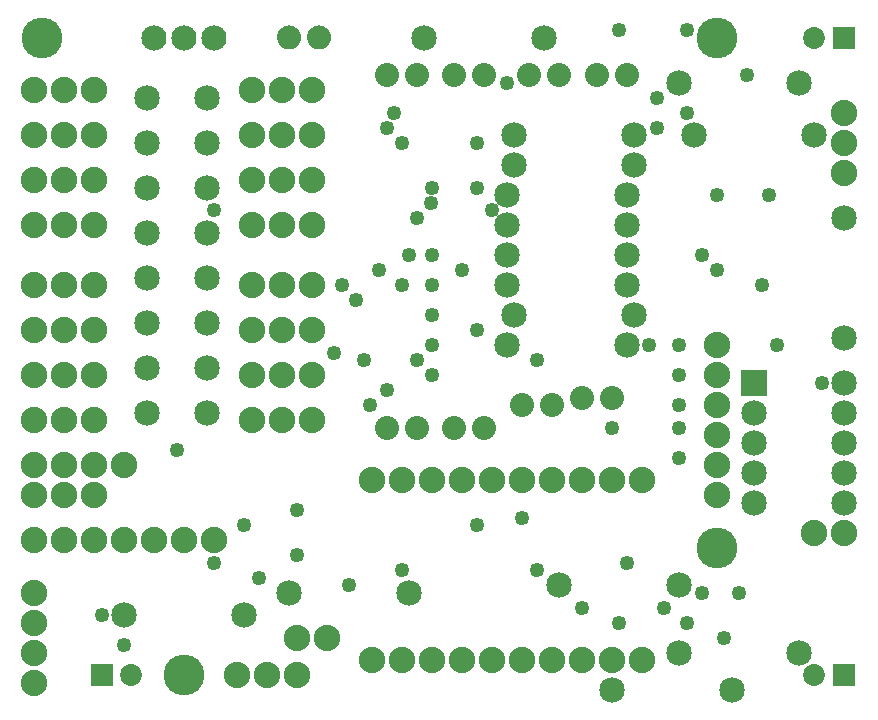
<source format=gbs>
G04 MADE WITH FRITZING*
G04 WWW.FRITZING.ORG*
G04 DOUBLE SIDED*
G04 HOLES PLATED*
G04 CONTOUR ON CENTER OF CONTOUR VECTOR*
%ASAXBY*%
%FSLAX23Y23*%
%MOIN*%
%OFA0B0*%
%SFA1.0B1.0*%
%ADD10C,0.049370*%
%ADD11C,0.085000*%
%ADD12C,0.088000*%
%ADD13C,0.135984*%
%ADD14C,0.084000*%
%ADD15C,0.072992*%
%ADD16C,0.080000*%
%ADD17R,0.085000X0.085000*%
%ADD18R,0.072992X0.072992*%
%ADD19R,0.001000X0.001000*%
%LNMASK0*%
G90*
G70*
G54D10*
X2302Y376D03*
G54D11*
X2777Y1226D03*
X2777Y1626D03*
G54D10*
X2702Y1076D03*
X2452Y2101D03*
X2253Y1975D03*
X2027Y2251D03*
X2252Y2251D03*
X2377Y226D03*
X1102Y1400D03*
X1327Y1501D03*
X1402Y1201D03*
X1196Y1000D03*
X1402Y1101D03*
X1353Y1626D03*
X1252Y1926D03*
X1277Y1976D03*
X1302Y1876D03*
X1400Y1676D03*
X1402Y1300D03*
X1402Y1400D03*
X1403Y1501D03*
X952Y651D03*
X1127Y401D03*
X2177Y326D03*
X2252Y276D03*
X1302Y451D03*
X1752Y451D03*
X2427Y376D03*
X1902Y325D03*
X2027Y276D03*
X2227Y826D03*
X1702Y626D03*
X302Y301D03*
X2052Y476D03*
X952Y501D03*
X1176Y1150D03*
X553Y850D03*
G54D11*
X2477Y1076D03*
X2777Y1076D03*
X2477Y976D03*
X2777Y976D03*
X2477Y876D03*
X2777Y876D03*
X2477Y776D03*
X2777Y776D03*
X2477Y676D03*
X2777Y676D03*
G54D10*
X777Y600D03*
X677Y476D03*
X2127Y1201D03*
X2002Y926D03*
X2502Y1401D03*
X2552Y1201D03*
X2527Y1701D03*
X2227Y926D03*
X2227Y1201D03*
X2352Y1451D03*
X2227Y1101D03*
X2227Y1001D03*
X827Y426D03*
X1553Y601D03*
G54D11*
X777Y301D03*
X377Y301D03*
G54D10*
X377Y201D03*
G54D11*
X927Y376D03*
X1327Y376D03*
G54D12*
X677Y551D03*
X577Y551D03*
X477Y551D03*
X377Y551D03*
X277Y551D03*
X177Y551D03*
X77Y551D03*
G54D11*
X2227Y176D03*
X2627Y176D03*
X1827Y401D03*
X2227Y401D03*
G54D10*
X1652Y2076D03*
X2152Y2026D03*
X1602Y1651D03*
X2352Y1701D03*
X2302Y1501D03*
G54D13*
X577Y101D03*
G54D14*
X477Y2226D03*
X577Y2226D03*
X677Y2226D03*
G54D13*
X2352Y526D03*
X2352Y2226D03*
X102Y2226D03*
G54D10*
X676Y1650D03*
X1078Y1175D03*
X1253Y1050D03*
X1151Y1350D03*
G54D12*
X2677Y576D03*
X2777Y576D03*
X77Y801D03*
X177Y801D03*
X277Y801D03*
X377Y801D03*
X77Y701D03*
X177Y701D03*
X277Y701D03*
G54D10*
X1302Y1401D03*
X1352Y1151D03*
X1552Y1726D03*
X1552Y1251D03*
X1502Y1451D03*
X1227Y1451D03*
X1752Y1151D03*
G54D11*
X2627Y2076D03*
X2227Y2076D03*
X2677Y1901D03*
X2277Y1901D03*
X1377Y2226D03*
X1777Y2226D03*
X2002Y51D03*
X2402Y51D03*
G54D15*
X302Y101D03*
X401Y101D03*
X2776Y2226D03*
X2677Y2226D03*
X2776Y101D03*
X2677Y101D03*
G54D10*
X1402Y1726D03*
X2152Y1926D03*
X1552Y1876D03*
G54D11*
X2052Y1501D03*
X1652Y1501D03*
X2052Y1601D03*
X1652Y1601D03*
X2052Y1401D03*
X1652Y1401D03*
X2052Y1701D03*
X1652Y1701D03*
X2077Y1301D03*
X1677Y1301D03*
X2077Y1801D03*
X1677Y1801D03*
X2052Y1201D03*
X1652Y1201D03*
X2077Y1901D03*
X1677Y1901D03*
G54D16*
X1352Y926D03*
X1252Y926D03*
X1577Y926D03*
X1477Y926D03*
X1352Y2101D03*
X1252Y2101D03*
X1577Y2101D03*
X1477Y2101D03*
X1802Y1001D03*
X1702Y1001D03*
X2002Y1026D03*
X1902Y1026D03*
X2052Y2101D03*
X1952Y2101D03*
X1827Y2101D03*
X1727Y2101D03*
G54D11*
X452Y976D03*
X652Y976D03*
X452Y1576D03*
X652Y1576D03*
X452Y1126D03*
X652Y1126D03*
X452Y1726D03*
X652Y1726D03*
X452Y1276D03*
X652Y1276D03*
X452Y1876D03*
X652Y1876D03*
X452Y1426D03*
X652Y1426D03*
X452Y2026D03*
X652Y2026D03*
G54D12*
X1002Y951D03*
X902Y951D03*
X802Y951D03*
X1002Y1601D03*
X902Y1601D03*
X802Y1601D03*
X1002Y1101D03*
X902Y1101D03*
X802Y1101D03*
X1002Y1751D03*
X902Y1751D03*
X802Y1751D03*
X1002Y1251D03*
X902Y1251D03*
X802Y1251D03*
X1002Y1901D03*
X902Y1901D03*
X802Y1901D03*
X1002Y1401D03*
X902Y1401D03*
X802Y1401D03*
X1002Y2051D03*
X902Y2051D03*
X802Y2051D03*
X2352Y701D03*
X2352Y801D03*
X2352Y901D03*
X2352Y1001D03*
X2352Y1101D03*
X2352Y1201D03*
X1202Y151D03*
X1302Y151D03*
X1402Y151D03*
X1502Y151D03*
X1602Y151D03*
X1702Y151D03*
X1802Y151D03*
X1902Y151D03*
X2002Y151D03*
X2102Y151D03*
X1202Y751D03*
X1302Y751D03*
X1402Y751D03*
X1502Y751D03*
X1602Y751D03*
X1702Y751D03*
X1802Y751D03*
X1902Y751D03*
X2002Y751D03*
X2102Y751D03*
X77Y376D03*
X77Y276D03*
X77Y176D03*
X77Y76D03*
X952Y226D03*
X1052Y226D03*
X2777Y1976D03*
X2777Y1876D03*
X2777Y1776D03*
X752Y101D03*
X852Y101D03*
X952Y101D03*
X77Y951D03*
X177Y951D03*
X277Y951D03*
X77Y1601D03*
X177Y1601D03*
X277Y1601D03*
X77Y1101D03*
X177Y1101D03*
X277Y1101D03*
X77Y1751D03*
X177Y1751D03*
X277Y1751D03*
X77Y1251D03*
X177Y1251D03*
X277Y1251D03*
X77Y1901D03*
X177Y1901D03*
X277Y1901D03*
X77Y1401D03*
X177Y1401D03*
X277Y1401D03*
X77Y2051D03*
X177Y2051D03*
X277Y2051D03*
G54D17*
X2477Y1076D03*
G54D18*
X302Y101D03*
X2776Y2226D03*
X2776Y101D03*
G54D19*
X924Y2266D02*
X930Y2266D01*
X1024Y2266D02*
X1030Y2266D01*
X918Y2265D02*
X935Y2265D01*
X1018Y2265D02*
X1035Y2265D01*
X914Y2264D02*
X939Y2264D01*
X1014Y2264D02*
X1039Y2264D01*
X911Y2263D02*
X942Y2263D01*
X1011Y2263D02*
X1042Y2263D01*
X909Y2262D02*
X944Y2262D01*
X1009Y2262D02*
X1044Y2262D01*
X908Y2261D02*
X946Y2261D01*
X1008Y2261D02*
X1046Y2261D01*
X906Y2260D02*
X947Y2260D01*
X1006Y2260D02*
X1047Y2260D01*
X904Y2259D02*
X949Y2259D01*
X1004Y2259D02*
X1049Y2259D01*
X903Y2258D02*
X950Y2258D01*
X1003Y2258D02*
X1050Y2258D01*
X902Y2257D02*
X952Y2257D01*
X1002Y2257D02*
X1052Y2257D01*
X901Y2256D02*
X953Y2256D01*
X1001Y2256D02*
X1053Y2256D01*
X899Y2255D02*
X954Y2255D01*
X999Y2255D02*
X1054Y2255D01*
X898Y2254D02*
X955Y2254D01*
X998Y2254D02*
X1055Y2254D01*
X897Y2253D02*
X956Y2253D01*
X997Y2253D02*
X1056Y2253D01*
X897Y2252D02*
X957Y2252D01*
X997Y2252D02*
X1057Y2252D01*
X896Y2251D02*
X957Y2251D01*
X996Y2251D02*
X1057Y2251D01*
X895Y2250D02*
X958Y2250D01*
X995Y2250D02*
X1058Y2250D01*
X894Y2249D02*
X959Y2249D01*
X994Y2249D02*
X1059Y2249D01*
X894Y2248D02*
X960Y2248D01*
X994Y2248D02*
X1060Y2248D01*
X893Y2247D02*
X960Y2247D01*
X993Y2247D02*
X1060Y2247D01*
X892Y2246D02*
X961Y2246D01*
X992Y2246D02*
X1061Y2246D01*
X892Y2245D02*
X961Y2245D01*
X992Y2245D02*
X1061Y2245D01*
X891Y2244D02*
X962Y2244D01*
X991Y2244D02*
X1062Y2244D01*
X891Y2243D02*
X962Y2243D01*
X991Y2243D02*
X1062Y2243D01*
X890Y2242D02*
X963Y2242D01*
X990Y2242D02*
X1063Y2242D01*
X890Y2241D02*
X963Y2241D01*
X990Y2241D02*
X1063Y2241D01*
X890Y2240D02*
X964Y2240D01*
X990Y2240D02*
X1064Y2240D01*
X889Y2239D02*
X964Y2239D01*
X989Y2239D02*
X1064Y2239D01*
X889Y2238D02*
X964Y2238D01*
X989Y2238D02*
X1064Y2238D01*
X889Y2237D02*
X965Y2237D01*
X989Y2237D02*
X1065Y2237D01*
X888Y2236D02*
X965Y2236D01*
X988Y2236D02*
X1065Y2236D01*
X888Y2235D02*
X965Y2235D01*
X988Y2235D02*
X1065Y2235D01*
X888Y2234D02*
X965Y2234D01*
X988Y2234D02*
X1065Y2234D01*
X888Y2233D02*
X965Y2233D01*
X988Y2233D02*
X1065Y2233D01*
X888Y2232D02*
X966Y2232D01*
X988Y2232D02*
X1066Y2232D01*
X887Y2231D02*
X966Y2231D01*
X987Y2231D02*
X1066Y2231D01*
X887Y2230D02*
X966Y2230D01*
X987Y2230D02*
X1066Y2230D01*
X887Y2229D02*
X966Y2229D01*
X987Y2229D02*
X1066Y2229D01*
X887Y2228D02*
X966Y2228D01*
X987Y2228D02*
X1066Y2228D01*
X887Y2227D02*
X966Y2227D01*
X987Y2227D02*
X1066Y2227D01*
X887Y2226D02*
X966Y2226D01*
X987Y2226D02*
X1066Y2226D01*
X887Y2225D02*
X966Y2225D01*
X987Y2225D02*
X1066Y2225D01*
X887Y2224D02*
X966Y2224D01*
X987Y2224D02*
X1066Y2224D01*
X887Y2223D02*
X966Y2223D01*
X987Y2223D02*
X1066Y2223D01*
X887Y2222D02*
X966Y2222D01*
X987Y2222D02*
X1066Y2222D01*
X888Y2221D02*
X966Y2221D01*
X988Y2221D02*
X1066Y2221D01*
X888Y2220D02*
X966Y2220D01*
X988Y2220D02*
X1066Y2220D01*
X888Y2219D02*
X965Y2219D01*
X988Y2219D02*
X1065Y2219D01*
X888Y2218D02*
X965Y2218D01*
X988Y2218D02*
X1065Y2218D01*
X888Y2217D02*
X965Y2217D01*
X988Y2217D02*
X1065Y2217D01*
X889Y2216D02*
X965Y2216D01*
X989Y2216D02*
X1065Y2216D01*
X889Y2215D02*
X964Y2215D01*
X989Y2215D02*
X1064Y2215D01*
X889Y2214D02*
X964Y2214D01*
X989Y2214D02*
X1064Y2214D01*
X889Y2213D02*
X964Y2213D01*
X989Y2213D02*
X1064Y2213D01*
X890Y2212D02*
X963Y2212D01*
X990Y2212D02*
X1063Y2212D01*
X890Y2211D02*
X963Y2211D01*
X990Y2211D02*
X1063Y2211D01*
X891Y2210D02*
X963Y2210D01*
X991Y2210D02*
X1063Y2210D01*
X891Y2209D02*
X962Y2209D01*
X991Y2209D02*
X1062Y2209D01*
X892Y2208D02*
X962Y2208D01*
X992Y2208D02*
X1062Y2208D01*
X892Y2207D02*
X961Y2207D01*
X992Y2207D02*
X1061Y2207D01*
X893Y2206D02*
X961Y2206D01*
X993Y2206D02*
X1061Y2206D01*
X893Y2205D02*
X960Y2205D01*
X993Y2205D02*
X1060Y2205D01*
X894Y2204D02*
X959Y2204D01*
X994Y2204D02*
X1059Y2204D01*
X895Y2203D02*
X959Y2203D01*
X995Y2203D02*
X1059Y2203D01*
X895Y2202D02*
X958Y2202D01*
X995Y2202D02*
X1058Y2202D01*
X896Y2201D02*
X957Y2201D01*
X996Y2201D02*
X1057Y2201D01*
X897Y2200D02*
X956Y2200D01*
X997Y2200D02*
X1056Y2200D01*
X898Y2199D02*
X955Y2199D01*
X998Y2199D02*
X1055Y2199D01*
X899Y2198D02*
X954Y2198D01*
X999Y2198D02*
X1054Y2198D01*
X900Y2197D02*
X953Y2197D01*
X1000Y2197D02*
X1053Y2197D01*
X901Y2196D02*
X952Y2196D01*
X1001Y2196D02*
X1052Y2196D01*
X902Y2195D02*
X951Y2195D01*
X1002Y2195D02*
X1051Y2195D01*
X904Y2194D02*
X950Y2194D01*
X1004Y2194D02*
X1050Y2194D01*
X905Y2193D02*
X948Y2193D01*
X1005Y2193D02*
X1048Y2193D01*
X907Y2192D02*
X947Y2192D01*
X1007Y2192D02*
X1047Y2192D01*
X908Y2191D02*
X945Y2191D01*
X1008Y2191D02*
X1045Y2191D01*
X910Y2190D02*
X943Y2190D01*
X1010Y2190D02*
X1043Y2190D01*
X913Y2189D02*
X941Y2189D01*
X1013Y2189D02*
X1041Y2189D01*
X916Y2188D02*
X938Y2188D01*
X1016Y2188D02*
X1038Y2188D01*
X920Y2187D02*
X933Y2187D01*
X1020Y2187D02*
X1033Y2187D01*
D02*
G04 End of Mask0*
M02*
</source>
